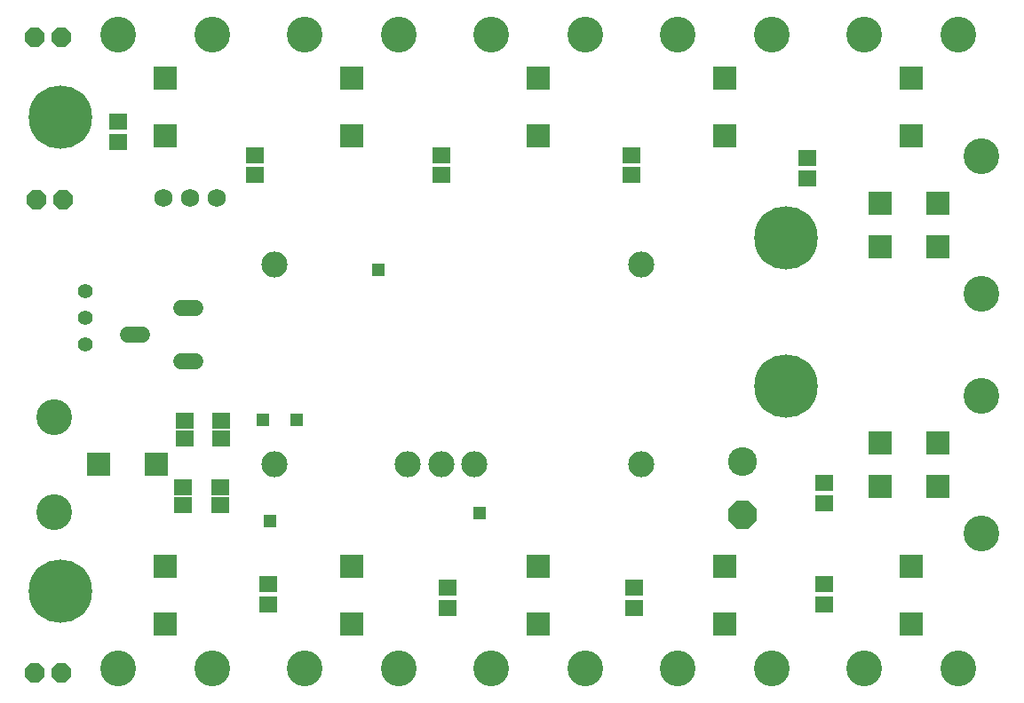
<source format=gts>
G75*
%MOIN*%
%OFA0B0*%
%FSLAX24Y24*%
%IPPOS*%
%LPD*%
%AMOC8*
5,1,8,0,0,1.08239X$1,22.5*
%
%ADD10C,0.1080*%
%ADD11OC8,0.1080*%
%ADD12R,0.0907X0.0907*%
%ADD13C,0.1340*%
%ADD14R,0.0710X0.0592*%
%ADD15C,0.0600*%
%ADD16C,0.0980*%
%ADD17C,0.0556*%
%ADD18OC8,0.0740*%
%ADD19C,0.0680*%
%ADD20R,0.0671X0.0592*%
%ADD21C,0.2380*%
%ADD22R,0.0476X0.0476*%
D10*
X029771Y011708D03*
D11*
X029771Y009708D03*
D12*
X029083Y007748D03*
X029083Y005583D03*
X036083Y005583D03*
X036083Y007748D03*
X037083Y010756D03*
X034918Y010756D03*
X034918Y012410D03*
X037083Y012410D03*
X037083Y019756D03*
X037083Y021410D03*
X034918Y021410D03*
X034918Y019756D03*
X036083Y023918D03*
X036083Y026083D03*
X029083Y026083D03*
X029083Y023918D03*
X022083Y023918D03*
X022083Y026083D03*
X015083Y026083D03*
X015083Y023918D03*
X008083Y023918D03*
X008083Y026083D03*
X007748Y011583D03*
X005583Y011583D03*
X008083Y007748D03*
X008083Y005583D03*
X015083Y005583D03*
X015083Y007748D03*
X022083Y007748D03*
X022083Y005583D03*
D13*
X020311Y003930D03*
X016855Y003930D03*
X013311Y003930D03*
X009855Y003930D03*
X006311Y003930D03*
X003930Y009811D03*
X003930Y013355D03*
X006311Y027737D03*
X009855Y027737D03*
X013311Y027737D03*
X016855Y027737D03*
X020311Y027737D03*
X023855Y027737D03*
X027311Y027737D03*
X030855Y027737D03*
X034311Y027737D03*
X037855Y027737D03*
X038737Y023181D03*
X038737Y017985D03*
X038737Y014181D03*
X038737Y008985D03*
X037855Y003930D03*
X034311Y003930D03*
X030855Y003930D03*
X027311Y003930D03*
X023855Y003930D03*
D14*
X032833Y010147D03*
X032833Y010895D03*
X006333Y023709D03*
X006333Y024457D03*
D15*
X008698Y017458D02*
X009218Y017458D01*
X007218Y016458D02*
X006698Y016458D01*
X008698Y015458D02*
X009218Y015458D01*
D16*
X012208Y019083D03*
X012208Y011583D03*
X017208Y011583D03*
X018458Y011583D03*
X019708Y011583D03*
X025958Y011583D03*
X025958Y019083D03*
D17*
X005083Y018083D03*
X005083Y017083D03*
X005083Y016083D03*
D18*
X003208Y003771D03*
X004208Y003771D03*
X004271Y021521D03*
X003271Y021521D03*
X003208Y027646D03*
X004208Y027646D03*
D19*
X008021Y021583D03*
X009021Y021583D03*
X010021Y021583D03*
D20*
X011458Y022459D03*
X011458Y023207D03*
X018458Y023207D03*
X018458Y022459D03*
X025583Y022459D03*
X025583Y023207D03*
X032208Y023082D03*
X032208Y022334D03*
X032833Y007082D03*
X032833Y006334D03*
X025708Y006209D03*
X025708Y006957D03*
X018708Y006957D03*
X018708Y006209D03*
X011958Y006334D03*
X011958Y007082D03*
X010146Y010061D03*
X010146Y010730D03*
X008771Y010730D03*
X008771Y010061D03*
X008833Y012561D03*
X008833Y013230D03*
X010208Y013230D03*
X010208Y012561D03*
D21*
X004146Y006833D03*
X004146Y024646D03*
X031396Y020083D03*
X031396Y014521D03*
D22*
X019896Y009771D03*
X013021Y013271D03*
X011771Y013271D03*
X012021Y009458D03*
X016083Y018896D03*
M02*

</source>
